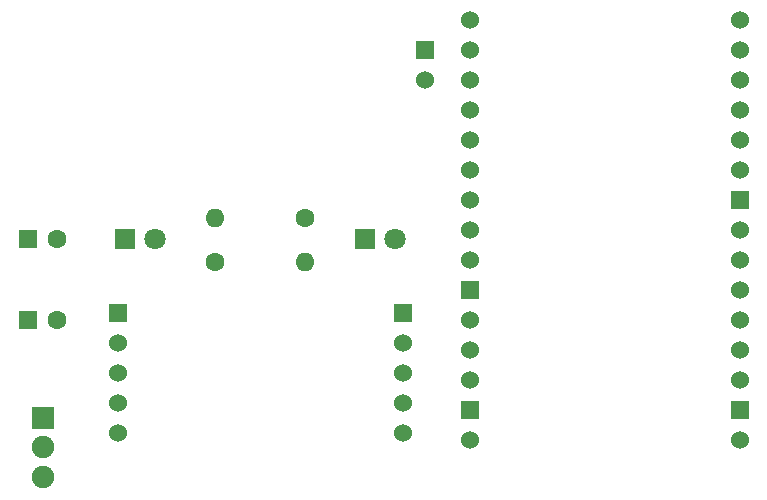
<source format=gtl>
G04 #@! TF.GenerationSoftware,KiCad,Pcbnew,5.0.2-bee76a0~70~ubuntu18.04.1*
G04 #@! TF.CreationDate,2019-03-11T12:10:11+07:00*
G04 #@! TF.ProjectId,TestNodeMcu,54657374-4e6f-4646-954d-63752e6b6963,rev?*
G04 #@! TF.SameCoordinates,Original*
G04 #@! TF.FileFunction,Copper,L1,Top*
G04 #@! TF.FilePolarity,Positive*
%FSLAX45Y45*%
G04 Gerber Fmt 4.5, Leading zero omitted, Abs format (unit mm)*
G04 Created by KiCad (PCBNEW 5.0.2-bee76a0~70~ubuntu18.04.1) date Thứ hai, 11 Tháng 3 Năm 2019 12:10:11 +07*
%MOMM*%
%LPD*%
G01*
G04 APERTURE LIST*
G04 #@! TA.AperFunction,ComponentPad*
%ADD10R,1.524000X1.524000*%
G04 #@! TD*
G04 #@! TA.AperFunction,ComponentPad*
%ADD11C,1.524000*%
G04 #@! TD*
G04 #@! TA.AperFunction,ComponentPad*
%ADD12R,1.800000X1.800000*%
G04 #@! TD*
G04 #@! TA.AperFunction,ComponentPad*
%ADD13C,1.800000*%
G04 #@! TD*
G04 #@! TA.AperFunction,ComponentPad*
%ADD14C,1.600000*%
G04 #@! TD*
G04 #@! TA.AperFunction,ComponentPad*
%ADD15O,1.600000X1.600000*%
G04 #@! TD*
G04 #@! TA.AperFunction,ComponentPad*
%ADD16C,1.900000*%
G04 #@! TD*
G04 #@! TA.AperFunction,ComponentPad*
%ADD17R,1.900000X1.900000*%
G04 #@! TD*
G04 #@! TA.AperFunction,ComponentPad*
%ADD18R,1.600000X1.600000*%
G04 #@! TD*
G04 APERTURE END LIST*
D10*
G04 #@! TO.P,BT1,1*
G04 #@! TO.N,/Vin*
X14986000Y-8636000D03*
D11*
G04 #@! TO.P,BT1,2*
G04 #@! TO.N,/GND*
X14986000Y-8890000D03*
G04 #@! TD*
D12*
G04 #@! TO.P,D1,1*
G04 #@! TO.N,/GND*
X12446000Y-10236200D03*
D13*
G04 #@! TO.P,D1,2*
G04 #@! TO.N,Net-(D1-Pad2)*
X12700000Y-10236200D03*
G04 #@! TD*
G04 #@! TO.P,D2,2*
G04 #@! TO.N,Net-(D2-Pad2)*
X14732000Y-10236200D03*
D12*
G04 #@! TO.P,D2,1*
G04 #@! TO.N,/GND*
X14478000Y-10236200D03*
G04 #@! TD*
D14*
G04 #@! TO.P,R1,1*
G04 #@! TO.N,/Vin*
X13970000Y-10058400D03*
D15*
G04 #@! TO.P,R1,2*
G04 #@! TO.N,Net-(D1-Pad2)*
X13208000Y-10058400D03*
G04 #@! TD*
G04 #@! TO.P,R2,2*
G04 #@! TO.N,Net-(D2-Pad2)*
X13970000Y-10426700D03*
D14*
G04 #@! TO.P,R2,1*
G04 #@! TO.N,/3V3*
X13208000Y-10426700D03*
G04 #@! TD*
D16*
G04 #@! TO.P,SW1,3*
G04 #@! TO.N,Net-(SW1-Pad3)*
X11747500Y-12247500D03*
G04 #@! TO.P,SW1,2*
G04 #@! TO.N,/Vin*
X11747500Y-11997500D03*
D17*
G04 #@! TO.P,SW1,1*
G04 #@! TO.N,/3V3*
X11747500Y-11747500D03*
G04 #@! TD*
D11*
G04 #@! TO.P,U1,30*
G04 #@! TO.N,Net-(U1-Pad30)*
X17653000Y-8382000D03*
G04 #@! TO.P,U1,29*
G04 #@! TO.N,Net-(U1-Pad29)*
X17653000Y-8636000D03*
G04 #@! TO.P,U1,28*
G04 #@! TO.N,Net-(U1-Pad28)*
X17653000Y-8890000D03*
G04 #@! TO.P,U1,27*
G04 #@! TO.N,Net-(U1-Pad27)*
X17653000Y-9144000D03*
G04 #@! TO.P,U1,26*
G04 #@! TO.N,Net-(U1-Pad26)*
X17653000Y-9398000D03*
G04 #@! TO.P,U1,25*
G04 #@! TO.N,/3V3*
X17653000Y-9652000D03*
D10*
G04 #@! TO.P,U1,24*
G04 #@! TO.N,/GND*
X17653000Y-9906000D03*
D11*
G04 #@! TO.P,U1,23*
G04 #@! TO.N,Net-(U1-Pad23)*
X17653000Y-10160000D03*
G04 #@! TO.P,U1,22*
G04 #@! TO.N,Net-(U1-Pad22)*
X17653000Y-10414000D03*
G04 #@! TO.P,U1,21*
G04 #@! TO.N,Net-(U1-Pad21)*
X17653000Y-10668000D03*
G04 #@! TO.P,U1,20*
G04 #@! TO.N,Net-(U1-Pad20)*
X17653000Y-10922000D03*
G04 #@! TO.P,U1,19*
G04 #@! TO.N,Net-(U1-Pad19)*
X17653000Y-11176000D03*
G04 #@! TO.P,U1,18*
G04 #@! TO.N,Net-(U1-Pad18)*
X17653000Y-11430000D03*
D10*
G04 #@! TO.P,U1,17*
G04 #@! TO.N,/GND*
X17653000Y-11684000D03*
D11*
G04 #@! TO.P,U1,16*
G04 #@! TO.N,/3V3*
X17653000Y-11938000D03*
G04 #@! TO.P,U1,15*
G04 #@! TO.N,Net-(U1-Pad15)*
X15367000Y-11938000D03*
D10*
G04 #@! TO.P,U1,14*
G04 #@! TO.N,/GND*
X15367000Y-11684000D03*
D11*
G04 #@! TO.P,U1,13*
G04 #@! TO.N,Net-(U1-Pad13)*
X15367000Y-11430000D03*
G04 #@! TO.P,U1,12*
G04 #@! TO.N,Net-(U1-Pad12)*
X15367000Y-11176000D03*
G04 #@! TO.P,U1,11*
G04 #@! TO.N,/3V3*
X15367000Y-10922000D03*
D10*
G04 #@! TO.P,U1,10*
G04 #@! TO.N,/GND*
X15367000Y-10668000D03*
D11*
G04 #@! TO.P,U1,9*
G04 #@! TO.N,Net-(U1-Pad9)*
X15367000Y-10414000D03*
G04 #@! TO.P,U1,8*
G04 #@! TO.N,Net-(U1-Pad8)*
X15367000Y-10160000D03*
G04 #@! TO.P,U1,7*
G04 #@! TO.N,Net-(U1-Pad7)*
X15367000Y-9906000D03*
G04 #@! TO.P,U1,6*
G04 #@! TO.N,Net-(U1-Pad6)*
X15367000Y-9652000D03*
G04 #@! TO.P,U1,5*
G04 #@! TO.N,Net-(U1-Pad5)*
X15367000Y-9398000D03*
G04 #@! TO.P,U1,4*
G04 #@! TO.N,Net-(U1-Pad4)*
X15367000Y-9144000D03*
G04 #@! TO.P,U1,3*
G04 #@! TO.N,Net-(U1-Pad3)*
X15367000Y-8890000D03*
G04 #@! TO.P,U1,2*
G04 #@! TO.N,Net-(U1-Pad2)*
X15367000Y-8636000D03*
G04 #@! TO.P,U1,1*
G04 #@! TO.N,Net-(U1-Pad1)*
X15367000Y-8382000D03*
G04 #@! TD*
D18*
G04 #@! TO.P,C1,1*
G04 #@! TO.N,/Vin*
X11620500Y-10236200D03*
D14*
G04 #@! TO.P,C1,2*
G04 #@! TO.N,/GND*
X11870500Y-10236200D03*
G04 #@! TD*
G04 #@! TO.P,C2,2*
G04 #@! TO.N,/GND*
X11870500Y-10922000D03*
D18*
G04 #@! TO.P,C2,1*
G04 #@! TO.N,/3V3*
X11620500Y-10922000D03*
G04 #@! TD*
D10*
G04 #@! TO.P,U2,10*
G04 #@! TO.N,Net-(U2-Pad10)*
X14795500Y-10858500D03*
D11*
G04 #@! TO.P,U2,9*
G04 #@! TO.N,/3V3*
X14795500Y-11112500D03*
G04 #@! TO.P,U2,8*
G04 #@! TO.N,/GND*
X14795500Y-11366500D03*
G04 #@! TO.P,U2,7*
G04 #@! TO.N,Net-(U2-Pad7)*
X14795500Y-11620500D03*
G04 #@! TO.P,U2,6*
G04 #@! TO.N,/3V3*
X14795500Y-11874500D03*
G04 #@! TO.P,U2,5*
G04 #@! TO.N,Net-(U2-Pad5)*
X12382500Y-11874500D03*
G04 #@! TO.P,U2,4*
G04 #@! TO.N,Net-(U2-Pad4)*
X12382500Y-11620500D03*
G04 #@! TO.P,U2,3*
G04 #@! TO.N,Net-(U2-Pad3)*
X12382500Y-11366500D03*
G04 #@! TO.P,U2,2*
G04 #@! TO.N,Net-(U1-Pad28)*
X12382500Y-11112500D03*
D10*
G04 #@! TO.P,U2,1*
G04 #@! TO.N,Net-(U1-Pad29)*
X12382500Y-10858500D03*
G04 #@! TD*
M02*

</source>
